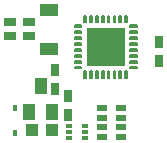
<source format=gbp>
G04 EAGLE Gerber RS-274X export*
G75*
%MOMM*%
%FSLAX34Y34*%
%LPD*%
%INSolderpaste Bottom*%
%IPPOS*%
%AMOC8*
5,1,8,0,0,1.08239X$1,22.5*%
G01*
%ADD10R,1.000000X0.800000*%
%ADD11R,0.800000X1.000000*%
%ADD12C,0.150000*%
%ADD13R,3.200000X3.200000*%
%ADD14R,0.900000X0.500000*%
%ADD15R,1.600000X1.100000*%
%ADD16R,0.500000X0.300000*%
%ADD17R,1.000000X1.100000*%
%ADD18R,1.000000X1.400000*%
%ADD19R,0.450000X0.590000*%


D10*
X453000Y153000D03*
X469000Y153000D03*
D11*
X491000Y124000D03*
X491000Y108000D03*
X579000Y132000D03*
X579000Y148000D03*
X502000Y102000D03*
X502000Y86000D03*
D10*
X469000Y165000D03*
X453000Y165000D03*
D12*
X507750Y125750D02*
X513250Y125750D01*
X507750Y125750D02*
X507750Y127250D01*
X513250Y127250D01*
X513250Y125750D01*
X513250Y127175D02*
X507750Y127175D01*
X507750Y130750D02*
X513250Y130750D01*
X507750Y130750D02*
X507750Y132250D01*
X513250Y132250D01*
X513250Y130750D01*
X513250Y132175D02*
X507750Y132175D01*
X507750Y135750D02*
X513250Y135750D01*
X507750Y135750D02*
X507750Y137250D01*
X513250Y137250D01*
X513250Y135750D01*
X513250Y137175D02*
X507750Y137175D01*
X507750Y140750D02*
X513250Y140750D01*
X507750Y140750D02*
X507750Y142250D01*
X513250Y142250D01*
X513250Y140750D01*
X513250Y142175D02*
X507750Y142175D01*
X507750Y145750D02*
X513250Y145750D01*
X507750Y145750D02*
X507750Y147250D01*
X513250Y147250D01*
X513250Y145750D01*
X513250Y147175D02*
X507750Y147175D01*
X507750Y150750D02*
X513250Y150750D01*
X507750Y150750D02*
X507750Y152250D01*
X513250Y152250D01*
X513250Y150750D01*
X513250Y152175D02*
X507750Y152175D01*
X507750Y155750D02*
X513250Y155750D01*
X507750Y155750D02*
X507750Y157250D01*
X513250Y157250D01*
X513250Y155750D01*
X513250Y157175D02*
X507750Y157175D01*
X507750Y160750D02*
X513250Y160750D01*
X507750Y160750D02*
X507750Y162250D01*
X513250Y162250D01*
X513250Y160750D01*
X513250Y162175D02*
X507750Y162175D01*
X515750Y164750D02*
X517250Y164750D01*
X515750Y164750D02*
X515750Y170250D01*
X517250Y170250D01*
X517250Y164750D01*
X517250Y166175D02*
X515750Y166175D01*
X515750Y167600D02*
X517250Y167600D01*
X517250Y169025D02*
X515750Y169025D01*
X520750Y164750D02*
X522250Y164750D01*
X520750Y164750D02*
X520750Y170250D01*
X522250Y170250D01*
X522250Y164750D01*
X522250Y166175D02*
X520750Y166175D01*
X520750Y167600D02*
X522250Y167600D01*
X522250Y169025D02*
X520750Y169025D01*
X525750Y164750D02*
X527250Y164750D01*
X525750Y164750D02*
X525750Y170250D01*
X527250Y170250D01*
X527250Y164750D01*
X527250Y166175D02*
X525750Y166175D01*
X525750Y167600D02*
X527250Y167600D01*
X527250Y169025D02*
X525750Y169025D01*
X530750Y164750D02*
X532250Y164750D01*
X530750Y164750D02*
X530750Y170250D01*
X532250Y170250D01*
X532250Y164750D01*
X532250Y166175D02*
X530750Y166175D01*
X530750Y167600D02*
X532250Y167600D01*
X532250Y169025D02*
X530750Y169025D01*
X535750Y164750D02*
X537250Y164750D01*
X535750Y164750D02*
X535750Y170250D01*
X537250Y170250D01*
X537250Y164750D01*
X537250Y166175D02*
X535750Y166175D01*
X535750Y167600D02*
X537250Y167600D01*
X537250Y169025D02*
X535750Y169025D01*
X540750Y164750D02*
X542250Y164750D01*
X540750Y164750D02*
X540750Y170250D01*
X542250Y170250D01*
X542250Y164750D01*
X542250Y166175D02*
X540750Y166175D01*
X540750Y167600D02*
X542250Y167600D01*
X542250Y169025D02*
X540750Y169025D01*
X545750Y164750D02*
X547250Y164750D01*
X545750Y164750D02*
X545750Y170250D01*
X547250Y170250D01*
X547250Y164750D01*
X547250Y166175D02*
X545750Y166175D01*
X545750Y167600D02*
X547250Y167600D01*
X547250Y169025D02*
X545750Y169025D01*
X550750Y164750D02*
X552250Y164750D01*
X550750Y164750D02*
X550750Y170250D01*
X552250Y170250D01*
X552250Y164750D01*
X552250Y166175D02*
X550750Y166175D01*
X550750Y167600D02*
X552250Y167600D01*
X552250Y169025D02*
X550750Y169025D01*
X554750Y160750D02*
X560250Y160750D01*
X554750Y160750D02*
X554750Y162250D01*
X560250Y162250D01*
X560250Y160750D01*
X560250Y162175D02*
X554750Y162175D01*
X554750Y155750D02*
X560250Y155750D01*
X554750Y155750D02*
X554750Y157250D01*
X560250Y157250D01*
X560250Y155750D01*
X560250Y157175D02*
X554750Y157175D01*
X554750Y150750D02*
X560250Y150750D01*
X554750Y150750D02*
X554750Y152250D01*
X560250Y152250D01*
X560250Y150750D01*
X560250Y152175D02*
X554750Y152175D01*
X554750Y145750D02*
X560250Y145750D01*
X554750Y145750D02*
X554750Y147250D01*
X560250Y147250D01*
X560250Y145750D01*
X560250Y147175D02*
X554750Y147175D01*
X554750Y140750D02*
X560250Y140750D01*
X554750Y140750D02*
X554750Y142250D01*
X560250Y142250D01*
X560250Y140750D01*
X560250Y142175D02*
X554750Y142175D01*
X554750Y135750D02*
X560250Y135750D01*
X554750Y135750D02*
X554750Y137250D01*
X560250Y137250D01*
X560250Y135750D01*
X560250Y137175D02*
X554750Y137175D01*
X554750Y130750D02*
X560250Y130750D01*
X554750Y130750D02*
X554750Y132250D01*
X560250Y132250D01*
X560250Y130750D01*
X560250Y132175D02*
X554750Y132175D01*
X554750Y125750D02*
X560250Y125750D01*
X554750Y125750D02*
X554750Y127250D01*
X560250Y127250D01*
X560250Y125750D01*
X560250Y127175D02*
X554750Y127175D01*
X552250Y117750D02*
X550750Y117750D01*
X550750Y123250D01*
X552250Y123250D01*
X552250Y117750D01*
X552250Y119175D02*
X550750Y119175D01*
X550750Y120600D02*
X552250Y120600D01*
X552250Y122025D02*
X550750Y122025D01*
X547250Y117750D02*
X545750Y117750D01*
X545750Y123250D01*
X547250Y123250D01*
X547250Y117750D01*
X547250Y119175D02*
X545750Y119175D01*
X545750Y120600D02*
X547250Y120600D01*
X547250Y122025D02*
X545750Y122025D01*
X542250Y117750D02*
X540750Y117750D01*
X540750Y123250D01*
X542250Y123250D01*
X542250Y117750D01*
X542250Y119175D02*
X540750Y119175D01*
X540750Y120600D02*
X542250Y120600D01*
X542250Y122025D02*
X540750Y122025D01*
X537250Y117750D02*
X535750Y117750D01*
X535750Y123250D01*
X537250Y123250D01*
X537250Y117750D01*
X537250Y119175D02*
X535750Y119175D01*
X535750Y120600D02*
X537250Y120600D01*
X537250Y122025D02*
X535750Y122025D01*
X532250Y117750D02*
X530750Y117750D01*
X530750Y123250D01*
X532250Y123250D01*
X532250Y117750D01*
X532250Y119175D02*
X530750Y119175D01*
X530750Y120600D02*
X532250Y120600D01*
X532250Y122025D02*
X530750Y122025D01*
X527250Y117750D02*
X525750Y117750D01*
X525750Y123250D01*
X527250Y123250D01*
X527250Y117750D01*
X527250Y119175D02*
X525750Y119175D01*
X525750Y120600D02*
X527250Y120600D01*
X527250Y122025D02*
X525750Y122025D01*
X522250Y117750D02*
X520750Y117750D01*
X520750Y123250D01*
X522250Y123250D01*
X522250Y117750D01*
X522250Y119175D02*
X520750Y119175D01*
X520750Y120600D02*
X522250Y120600D01*
X522250Y122025D02*
X520750Y122025D01*
X517250Y117750D02*
X515750Y117750D01*
X515750Y123250D01*
X517250Y123250D01*
X517250Y117750D01*
X517250Y119175D02*
X515750Y119175D01*
X515750Y120600D02*
X517250Y120600D01*
X517250Y122025D02*
X515750Y122025D01*
D13*
X534000Y144000D03*
D14*
X531000Y68000D03*
X531000Y76000D03*
X531000Y84000D03*
X531000Y92000D03*
X547000Y92000D03*
X547000Y84000D03*
X547000Y76000D03*
X547000Y68000D03*
D15*
X486000Y175500D03*
X486000Y142500D03*
D16*
X517000Y77000D03*
X517000Y72000D03*
X517000Y67000D03*
X503000Y67000D03*
X503000Y72000D03*
X503000Y77000D03*
D17*
X471500Y74000D03*
X488500Y74000D03*
D18*
X479000Y111000D03*
X469500Y89000D03*
X488500Y89000D03*
D19*
X457000Y71450D03*
X457000Y92550D03*
M02*

</source>
